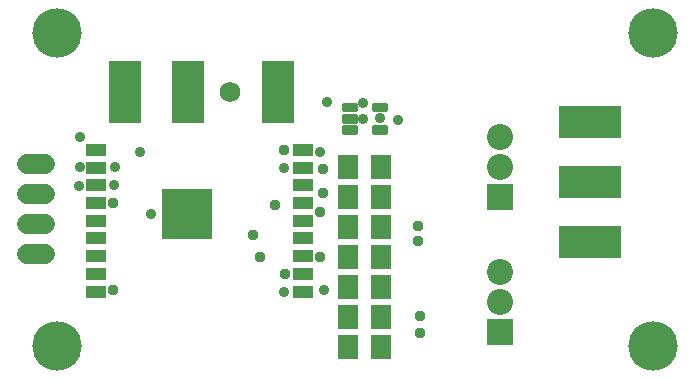
<source format=gbr>
G04 EAGLE Gerber RS-274X export*
G75*
%MOMM*%
%FSLAX34Y34*%
%LPD*%
%INSoldermask Top*%
%IPPOS*%
%AMOC8*
5,1,8,0,0,1.08239X$1,22.5*%
G01*
%ADD10C,4.191000*%
%ADD11R,5.283200X2.743200*%
%ADD12R,1.803200X2.003200*%
%ADD13R,2.743200X5.283200*%
%ADD14R,1.703200X1.103200*%
%ADD15R,4.203200X4.203200*%
%ADD16C,2.203200*%
%ADD17R,2.203200X2.203200*%
%ADD18R,1.803200X2.006200*%
%ADD19C,0.305216*%
%ADD20C,1.727200*%
%ADD21C,0.959600*%
%ADD22C,0.914400*%
%ADD23C,1.727200*%


D10*
X548894Y304165D03*
X548894Y39116D03*
X44069Y304165D03*
X44069Y39116D03*
D11*
X495300Y228600D03*
D12*
X290800Y63500D03*
X318800Y63500D03*
X290800Y38100D03*
X318800Y38100D03*
X318800Y114300D03*
X290800Y114300D03*
X318800Y165100D03*
X290800Y165100D03*
X318800Y190500D03*
X290800Y190500D03*
D11*
X495300Y127000D03*
D13*
X155321Y254000D03*
X231140Y254000D03*
D14*
X252600Y85300D03*
X252600Y100300D03*
X252600Y115300D03*
X252600Y130300D03*
X252600Y145300D03*
X252600Y160300D03*
X252600Y175300D03*
X252600Y190300D03*
X252600Y205300D03*
X77600Y205300D03*
X77600Y190300D03*
X77600Y175300D03*
X77600Y160300D03*
X77600Y145300D03*
X77600Y130300D03*
X77600Y115300D03*
X77600Y100300D03*
X77600Y85300D03*
D15*
X154100Y151400D03*
D16*
X419100Y76200D03*
D17*
X419100Y50800D03*
D16*
X419100Y101600D03*
X419100Y190500D03*
D17*
X419100Y165100D03*
D16*
X419100Y215900D03*
D18*
X290580Y88900D03*
X319020Y88900D03*
X319020Y139700D03*
X290580Y139700D03*
D19*
X287183Y238658D02*
X297163Y238658D01*
X287183Y238658D02*
X287183Y243638D01*
X297163Y243638D01*
X297163Y238658D01*
X297163Y241557D02*
X287183Y241557D01*
X287183Y229158D02*
X297163Y229158D01*
X287183Y229158D02*
X287183Y234138D01*
X297163Y234138D01*
X297163Y229158D01*
X297163Y232057D02*
X287183Y232057D01*
X287183Y219658D02*
X297163Y219658D01*
X287183Y219658D02*
X287183Y224638D01*
X297163Y224638D01*
X297163Y219658D01*
X297163Y222557D02*
X287183Y222557D01*
X313183Y219658D02*
X323163Y219658D01*
X313183Y219658D02*
X313183Y224638D01*
X323163Y224638D01*
X323163Y219658D01*
X323163Y222557D02*
X313183Y222557D01*
X313183Y238658D02*
X323163Y238658D01*
X313183Y238658D02*
X313183Y243638D01*
X323163Y243638D01*
X323163Y238658D01*
X323163Y241557D02*
X313183Y241557D01*
D13*
X101600Y254000D03*
D11*
X495300Y177800D03*
D20*
X34036Y193040D02*
X18796Y193040D01*
X18796Y167640D02*
X34036Y167640D01*
X34036Y142240D02*
X18796Y142240D01*
X18796Y116840D02*
X34036Y116840D01*
D21*
X215900Y114300D03*
X210058Y132842D03*
X91440Y160020D03*
X91440Y86360D03*
X351790Y50292D03*
X351790Y64262D03*
X349758Y127762D03*
X350012Y140716D03*
X270002Y189484D03*
X236982Y205232D03*
X270002Y169164D03*
D22*
X303530Y231648D03*
X124206Y151384D03*
D23*
X190500Y254000D03*
D22*
X332994Y230886D03*
X318262Y231902D03*
X63500Y215900D03*
X114300Y203200D03*
X236220Y85090D03*
X270510Y86360D03*
X303784Y244856D03*
X272796Y245618D03*
D21*
X237490Y100330D03*
X266700Y114300D03*
X266700Y152400D03*
X228854Y158750D03*
D22*
X266700Y203200D03*
X236474Y190246D03*
X62738Y175006D03*
X92964Y175768D03*
X63500Y190500D03*
X93726Y190500D03*
M02*

</source>
